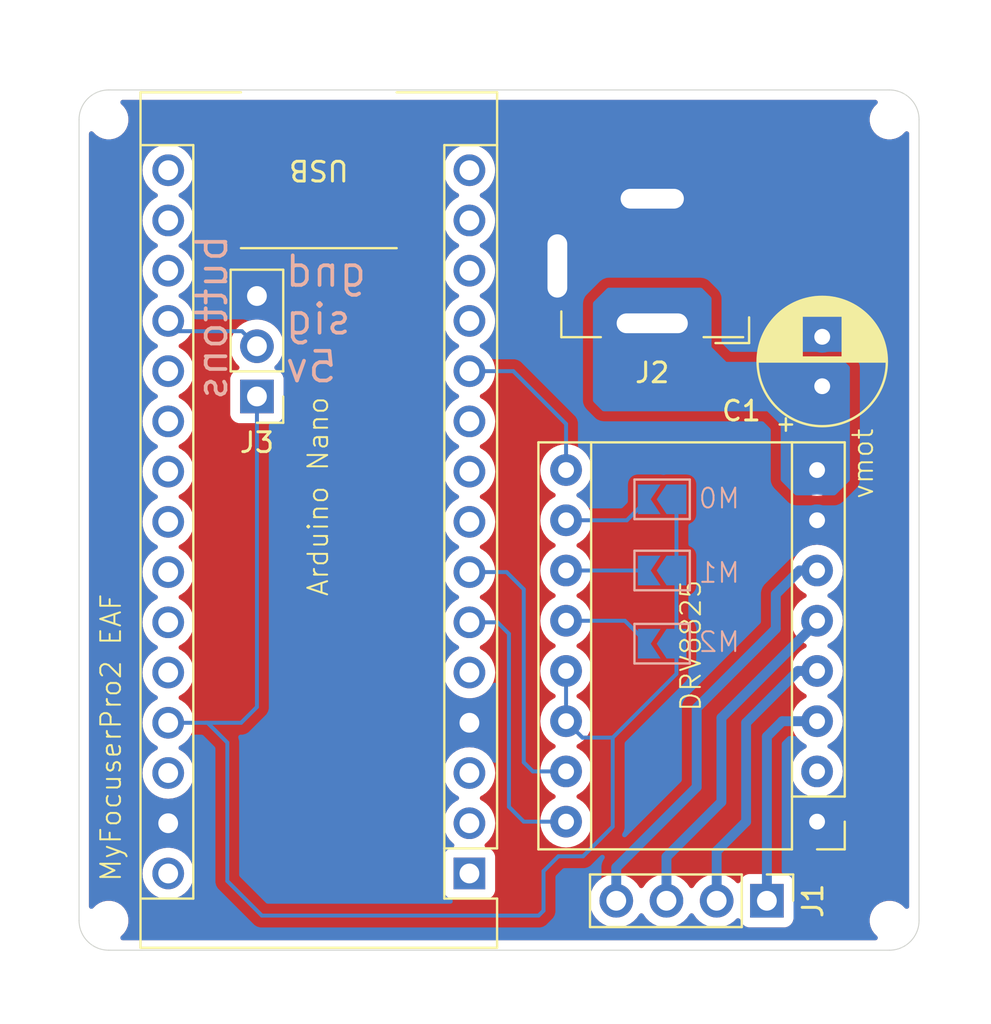
<source format=kicad_pcb>
(kicad_pcb (version 20241229) (generator "pcbnew") (generator_version "9.0")
  (layers (0 "F.Cu" signal) (2 "B.Cu" signal) (13 "F.Paste" user) (15 "B.Paste" user) (5 "F.SilkS" user "F.Silkscreen") (7 "B.SilkS" user "B.Silkscreen") (1 "F.Mask" user) (3 "B.Mask" user) (25 "Edge.Cuts" user))
  (net 0 "")
  (net 6 "Net-(A1-D4)")
  (net 9 "+5V")
  (net 12 "GND")
  (net 13 "Net-(A1-D8)")
  (net 14 "Net-(A1-D3)")
  (net 29 "Net-(A2-A2)")
  (net 30 "Net-(A2-A1)")
  (net 31 "Net-(A2-M2)")
  (net 32 "Net-(A2-B1)")
  (net 33 "Net-(A2-M1)")
  (net 34 "Net-(A2-M0)")
  (net 35 "Net-(A2-B2)")
  (net 36 "Net-(A2-VMOT)")
  (net 38 "/BUTTON")
  (footprint "Module:Pololu_Breakout-16_15.2x20.3mm" (layer "F.Cu") (at 127.34 117 180)
    (property "Reference" "A2" (hide yes))
    (property "Value" "DRV8825")
    (fp_line (start 14.100001 19.18) (end 14.1 -1.4) (stroke (width 0.12)) (layer "F.SilkS"))
    (fp_line (start 14.1 -1.4) (end 1.27 -1.4) (stroke (width 0.12)) (layer "F.SilkS"))
    (fp_line (start 11.43 -1.4) (end 11.43 19.180001) (stroke (width 0.12)) (layer "F.SilkS"))
    (fp_line (start 1.27 1.27) (end 1.270001 19.18) (stroke (width 0.12)) (layer "F.SilkS"))
    (fp_line (start 1.27 1.27) (end -1.4 1.27) (stroke (width 0.12)) (layer "F.SilkS"))
    (fp_line (start 1.27 -1.4) (end 1.27 1.27) (stroke (width 0.12)) (layer "F.SilkS"))
    (fp_line (start 0 -1.399999) (end -1.4 -1.4) (stroke (width 0.12)) (layer "F.SilkS"))
    (fp_line (start -1.4 19.180001) (end 14.100001 19.18) (stroke (width 0.12)) (layer "F.SilkS"))
    (fp_line (start -1.4 1.27) (end -1.4 19.180001) (stroke (width 0.12)) (layer "F.SilkS"))
    (fp_line (start -1.4 -1.4) (end -1.399999 0) (stroke (width 0.12)) (layer "F.SilkS"))
    (pad "1" thru_hole rect (at 0 0 180) (size 1.6 1.6) (drill 0.8) (layers "*.Cu" "*.Mask") (net 12 "GND"))
    (pad "2" thru_hole oval (at 0 2.54 180) (size 1.6 1.6) (drill 0.8) (layers "*.Cu" "*.Mask"))
    (pad "3" thru_hole oval (at 0 5.079999 180) (size 1.6 1.6) (drill 0.8) (layers "*.Cu" "*.Mask") (net 29 "Net-(A2-A2)"))
    (pad "4" thru_hole oval (at 0 7.62 180) (size 1.6 1.6) (drill 0.8) (layers "*.Cu" "*.Mask") (net 30 "Net-(A2-A1)"))
    (pad "5" thru_hole oval (at 0 10.16 180) (size 1.6 1.6) (drill 0.8) (layers "*.Cu" "*.Mask") (net 32 "Net-(A2-B1)"))
    (pad "6" thru_hole oval (at 0 12.7 180) (size 1.6 1.6) (drill 0.8) (layers "*.Cu" "*.Mask") (net 35 "Net-(A2-B2)"))
    (pad "7" thru_hole oval (at 0 15.24 180) (size 1.6 1.6) (drill 0.8) (layers "*.Cu" "*.Mask") (net 12 "GND"))
    (pad "8" thru_hole oval (at 0 17.780001 180) (size 1.6 1.6) (drill 0.8) (layers "*.Cu" "*.Mask") (net 36 "Net-(A2-VMOT)"))
    (pad "9" thru_hole oval (at 12.700001 17.78 180) (size 1.6 1.6) (drill 0.8) (layers "*.Cu" "*.Mask") (net 13 "Net-(A1-D8)"))
    (pad "10" thru_hole oval (at 12.7 15.24 180) (size 1.6 1.6) (drill 0.8) (layers "*.Cu" "*.Mask") (net 34 "Net-(A2-M0)"))
    (pad "11" thru_hole oval (at 12.7 12.7 180) (size 1.6 1.6) (drill 0.8) (layers "*.Cu" "*.Mask") (net 33 "Net-(A2-M1)"))
    (pad "12" thru_hole oval (at 12.7 10.16 180) (size 1.6 1.6) (drill 0.8) (layers "*.Cu" "*.Mask") (net 31 "Net-(A2-M2)"))
    (pad "13" thru_hole oval (at 12.7 7.62 180) (size 1.6 1.6) (drill 0.8) (layers "*.Cu" "*.Mask") (net 9 "+5V"))
    (pad "14" thru_hole oval (at 12.700001 5.08 180) (size 1.6 1.6) (drill 0.8) (layers "*.Cu" "*.Mask") (net 9 "+5V"))
    (pad "15" thru_hole oval (at 12.7 2.54 180) (size 1.6 1.6) (drill 0.8) (layers "*.Cu" "*.Mask") (net 6 "Net-(A1-D4)"))
    (pad "16" thru_hole oval (at 12.7 0 180) (size 1.6 1.6) (drill 0.8) (layers "*.Cu" "*.Mask") (net 14 "Net-(A1-D3)"))
  )
  (footprint "Connector_PinHeader_2.54mm:PinHeader_1x03_P2.54mm_Vertical" (layer "F.Cu") (at 99 95.5 180)
    (property "Reference" "J3" (at 0 -2.33 0) (layer "F.SilkS"))
    (property "Value" "buttons")
    (fp_line (start 1.33 1.270001) (end 1.33 6.409999) (stroke (width 0.12)) (layer "F.SilkS"))
    (fp_line (start -1.33 6.409999) (end 1.33 6.409999) (stroke (width 0.12)) (layer "F.SilkS"))
    (fp_line (start -1.33 1.270001) (end 1.33 1.270001) (stroke (width 0.12)) (layer "F.SilkS"))
    (fp_line (start -1.33 1.270001) (end -1.33 6.409999) (stroke (width 0.12)) (layer "F.SilkS"))
    (fp_line (start -1.33 0) (end -1.33 -1.33) (stroke (width 0.12)) (layer "F.SilkS"))
    (fp_line (start -1.33 -1.33) (end 0 -1.33) (stroke (width 0.12)) (layer "F.SilkS"))
    (pad "1" thru_hole rect (at 0 0 180) (size 1.7 1.7) (drill 1) (layers "*.Cu" "*.Mask") (net 9 "+5V"))
    (pad "2" thru_hole oval (at 0 2.54 180) (size 1.7 1.7) (drill 1) (layers "*.Cu" "*.Mask") (net 38 "/BUTTON"))
    (pad "3" thru_hole oval (at 0 5.079999 180) (size 1.7 1.7) (drill 1) (layers "*.Cu" "*.Mask") (net 12 "GND"))
  )
  (footprint "Connector_BarrelJack:BarrelJack_GCT_DCJ200-10-A_Horizontal" (layer "F.Cu") (at 119 91.8 180)
    (property "Reference" "J2" (at 0 -2.5 0) (layer "F.SilkS"))
    (property "Value" "12V")
    (fp_line (start 4.6 -0.7) (end 4.6 0.6) (stroke (width 0.12)) (layer "F.SilkS"))
    (fp_line (start 2.6 -0.7) (end 4.6 -0.7) (stroke (width 0.12)) (layer "F.SilkS"))
    (fp_line (start -3.2 -1) (end -4.9 -1) (stroke (width 0.12)) (layer "F.SilkS"))
    (fp_line (start -4.6 -0.7) (end -2.6 -0.7) (stroke (width 0.12)) (layer "F.SilkS"))
    (fp_line (start -4.9 -1) (end -4.9 0.3) (stroke (width 0.12)) (layer "F.SilkS"))
    (pad "1" thru_hole rect (at 0 0 180) (size 4.6 2) (drill oval 3.6 1) (layers "*.Cu" "*.Mask") (net 36 "Net-(A2-VMOT)"))
    (pad "2" thru_hole oval (at 0 6.3 180) (size 4.2 2) (drill oval 3.2 1) (layers "*.Cu" "*.Mask") (net 12 "GND"))
    (pad "3" thru_hole oval (at 4.8 2.9 180) (size 2 4.2) (drill oval 1 3.2) (layers "*.Cu" "*.Mask") (net 12 "GND"))
  )
  (footprint "Module:Arduino_Nano" (layer "F.Cu") (at 109.75 119.62 180)
    (property "Reference" "A1" (hide yes))
    (property "Value" "Arduino_Nano")
    (fp_line (start 16.64 39.5) (end 16.64 -3.76) (stroke (width 0.12)) (layer "F.SilkS"))
    (fp_line (start 16.64 39.5) (end 11.56 39.499999) (stroke (width 0.12)) (layer "F.SilkS"))
    (fp_line (start 16.64 -3.76) (end -1.4 -3.76) (stroke (width 0.12)) (layer "F.SilkS"))
    (fp_line (start 13.97 36.83) (end 16.64 36.83) (stroke (width 0.12)) (layer "F.SilkS"))
    (fp_line (start 13.97 -1.27) (end 16.64 -1.27) (stroke (width 0.12)) (layer "F.SilkS"))
    (fp_line (start 13.97 -1.27) (end 13.97 36.83) (stroke (width 0.12)) (layer "F.SilkS"))
    (fp_line (start 3.68 31.619999) (end 11.56 31.62) (stroke (width 0.12)) (layer "F.SilkS"))
    (fp_line (start 1.27 36.83) (end -1.4 36.83) (stroke (width 0.12)) (layer "F.SilkS"))
    (fp_line (start 1.27 1.27) (end 1.27 36.83) (stroke (width 0.12)) (layer "F.SilkS"))
    (fp_line (start 1.27 1.27) (end 1.27 -1.27) (stroke (width 0.12)) (layer "F.SilkS"))
    (fp_line (start 1.27 1.27) (end -1.4 1.27) (stroke (width 0.12)) (layer "F.SilkS"))
    (fp_line (start 1.27 -1.27) (end -1.4 -1.27) (stroke (width 0.12)) (layer "F.SilkS"))
    (fp_line (start -1.4 39.499999) (end 3.68 39.5) (stroke (width 0.12)) (layer "F.SilkS"))
    (fp_line (start -1.4 1.27) (end -1.4 39.499999) (stroke (width 0.12)) (layer "F.SilkS"))
    (fp_line (start -1.4 -3.76) (end -1.4 -1.27) (stroke (width 0.12)) (layer "F.SilkS"))
    (fp_text user "USB" (at 7.62 35.56 180) (layer "F.SilkS"))
    (pad "1" thru_hole rect (at 0 0 180) (size 1.6 1.6) (drill 1) (layers "*.Cu" "*.Mask"))
    (pad "2" thru_hole oval (at 0 2.54 180) (size 1.6 1.6) (drill 1) (layers "*.Cu" "*.Mask"))
    (pad "3" thru_hole oval (at 0 5.079999 180) (size 1.6 1.6) (drill 1) (layers "*.Cu" "*.Mask"))
    (pad "4" thru_hole oval (at 0 7.62 180) (size 1.6 1.6) (drill 1) (layers "*.Cu" "*.Mask") (net 12 "GND"))
    (pad "5" thru_hole oval (at 0 10.16 180) (size 1.6 1.6) (drill 1) (layers "*.Cu" "*.Mask"))
    (pad "6" thru_hole oval (at 0 12.7 180) (size 1.6 1.6) (drill 1) (layers "*.Cu" "*.Mask") (net 14 "Net-(A1-D3)"))
    (pad "7" thru_hole oval (at 0 15.24 180) (size 1.6 1.6) (drill 1) (layers "*.Cu" "*.Mask") (net 6 "Net-(A1-D4)"))
    (pad "8" thru_hole oval (at 0 17.780001 180) (size 1.6 1.6) (drill 1) (layers "*.Cu" "*.Mask"))
    (pad "9" thru_hole oval (at 0 20.32 180) (size 1.6 1.6) (drill 1) (layers "*.Cu" "*.Mask"))
    (pad "10" thru_hole oval (at 0 22.86 180) (size 1.6 1.6) (drill 1) (layers "*.Cu" "*.Mask"))
    (pad "11" thru_hole oval (at 0 25.4 180) (size 1.6 1.6) (drill 1) (layers "*.Cu" "*.Mask") (net 13 "Net-(A1-D8)"))
    (pad "12" thru_hole oval (at 0 27.939999 180) (size 1.6 1.6) (drill 1) (layers "*.Cu" "*.Mask"))
    (pad "13" thru_hole oval (at 0 30.48 180) (size 1.6 1.6) (drill 1) (layers "*.Cu" "*.Mask"))
    (pad "14" thru_hole oval (at 0 33.02 180) (size 1.6 1.6) (drill 1) (layers "*.Cu" "*.Mask"))
    (pad "15" thru_hole oval (at 0 35.56 180) (size 1.6 1.6) (drill 1) (layers "*.Cu" "*.Mask"))
    (pad "16" thru_hole oval (at 15.24 35.56 180) (size 1.6 1.6) (drill 1) (layers "*.Cu" "*.Mask"))
    (pad "17" thru_hole oval (at 15.24 33.02 180) (size 1.6 1.6) (drill 1) (layers "*.Cu" "*.Mask"))
    (pad "18" thru_hole oval (at 15.24 30.48 180) (size 1.6 1.6) (drill 1) (layers "*.Cu" "*.Mask"))
    (pad "19" thru_hole oval (at 15.24 27.94 180) (size 1.6 1.6) (drill 1) (layers "*.Cu" "*.Mask") (net 38 "/BUTTON"))
    (pad "20" thru_hole oval (at 15.24 25.4 180) (size 1.6 1.6) (drill 1) (layers "*.Cu" "*.Mask"))
    (pad "21" thru_hole oval (at 15.24 22.86 180) (size 1.6 1.6) (drill 1) (layers "*.Cu" "*.Mask"))
    (pad "22" thru_hole oval (at 15.24 20.32 180) (size 1.6 1.6) (drill 1) (layers "*.Cu" "*.Mask"))
    (pad "23" thru_hole oval (at 15.24 17.78 180) (size 1.6 1.6) (drill 1) (layers "*.Cu" "*.Mask"))
    (pad "24" thru_hole oval (at 15.24 15.24 180) (size 1.6 1.6) (drill 1) (layers "*.Cu" "*.Mask"))
    (pad "25" thru_hole oval (at 15.24 12.7 180) (size 1.6 1.6) (drill 1) (layers "*.Cu" "*.Mask"))
    (pad "26" thru_hole oval (at 15.24 10.16 180) (size 1.6 1.6) (drill 1) (layers "*.Cu" "*.Mask"))
    (pad "27" thru_hole oval (at 15.24 7.62 180) (size 1.6 1.6) (drill 1) (layers "*.Cu" "*.Mask") (net 9 "+5V"))
    (pad "28" thru_hole oval (at 15.24 5.08 180) (size 1.6 1.6) (drill 1) (layers "*.Cu" "*.Mask"))
    (pad "29" thru_hole oval (at 15.24 2.54 180) (size 1.6 1.6) (drill 1) (layers "*.Cu" "*.Mask") (net 12 "GND"))
    (pad "30" thru_hole oval (at 15.24 0 180) (size 1.6 1.6) (drill 1) (layers "*.Cu" "*.Mask"))
  )
  (footprint "JLCPCB:MountingHole_1.5mm" (layer "F.Cu") (at 131 122)
    (property "Reference" "H4" (hide yes))
    (property "Value" "MountingHole")
    (pad "" np_thru_hole circle (at 0 0) (size 1.5 1.5) (drill 1.5) (layers "*.Cu" "*.Mask"))
  )
  (footprint "JLCPCB:MountingHole_1.5mm" (layer "F.Cu") (at 91.5 122)
    (property "Reference" "H3" (hide yes))
    (property "Value" "MountingHole")
    (pad "" np_thru_hole circle (at 0 0) (size 1.5 1.5) (drill 1.5) (layers "*.Cu" "*.Mask"))
  )
  (footprint "Capacitor_THT:CP_Radial_D6.3mm_P2.50mm" (layer "F.Cu") (at 127.6 94.98238 90)
    (property "Reference" "C1" (at -1.25 -4.09 180) (layer "F.SilkS"))
    (property "Value" "100uF")
    (fp_line (start 1.33 -3.23) (end 1.33 3.23) (stroke (width 0.12)) (layer "F.SilkS"))
    (fp_line (start 1.29 -3.23) (end 1.29 3.23) (stroke (width 0.12)) (layer "F.SilkS"))
    (fp_line (start 1.25 -3.229999) (end 1.25 3.229999) (stroke (width 0.12)) (layer "F.SilkS"))
    (fp_line (start 1.37 -3.228) (end 1.37 3.228) (stroke (width 0.12)) (layer "F.SilkS"))
    (fp_line (start 1.41 -3.227) (end 1.41 3.227) (stroke (width 0.12)) (layer "F.SilkS"))
    (fp_line (start 1.45 -3.224) (end 1.45 3.224) (stroke (width 0.12)) (layer "F.SilkS"))
    (fp_line (start 1.49 -3.222) (end 1.49 -1.04) (stroke (width 0.12)) (layer "F.SilkS"))
    (fp_line (start 1.53 -3.218) (end 1.529999 -1.04) (stroke (width 0.12)) (layer "F.SilkS"))
    (fp_line (start 1.57 -3.215) (end 1.57 -1.04) (stroke (width 0.12)) (layer "F.SilkS"))
    (fp_line (start 1.61 -3.211) (end 1.61 -1.04) (stroke (width 0.12)) (layer "F.SilkS"))
    (fp_line (start 1.65 -3.206) (end 1.65 -1.04) (stroke (width 0.12)) (layer "F.SilkS"))
    (fp_line (start 1.69 -3.201) (end 1.69 -1.040001) (stroke (width 0.12)) (layer "F.SilkS"))
    (fp_line (start 1.73 -3.195) (end 1.73 -1.04) (stroke (width 0.12)) (layer "F.SilkS"))
    (fp_line (start 1.77 -3.189001) (end 1.77 -1.04) (stroke (width 0.12)) (layer "F.SilkS"))
    (fp_line (start 1.81 -3.182) (end 1.81 -1.04) (stroke (width 0.12)) (layer "F.SilkS"))
    (fp_line (start 1.850001 -3.175) (end 1.85 -1.040001) (stroke (width 0.12)) (layer "F.SilkS"))
    (fp_line (start 1.89 -3.167) (end 1.89 -1.04) (stroke (width 0.12)) (layer "F.SilkS"))
    (fp_line (start 1.93 -3.159) (end 1.93 -1.04) (stroke (width 0.12)) (layer "F.SilkS"))
    (fp_line (start 1.971 -3.15) (end 1.971 -1.040001) (stroke (width 0.12)) (layer "F.SilkS"))
    (fp_line (start 2.011 -3.141) (end 2.011 -1.04) (stroke (width 0.12)) (layer "F.SilkS"))
    (fp_line (start 2.051 -3.131) (end 2.051 -1.04) (stroke (width 0.12)) (layer "F.SilkS"))
    (fp_line (start 2.091 -3.121) (end 2.091 -1.04) (stroke (width 0.12)) (layer "F.SilkS"))
    (fp_line (start 2.131 -3.110001) (end 2.131 -1.040001) (stroke (width 0.12)) (layer "F.SilkS"))
    (fp_line (start 2.171 -3.098) (end 2.171 -1.04) (stroke (width 0.12)) (layer "F.SilkS"))
    (fp_line (start 2.211001 -3.086) (end 2.211 -1.04) (stroke (width 0.12)) (layer "F.SilkS"))
    (fp_line (start 2.251 -3.074) (end 2.250999 -1.04) (stroke (width 0.12)) (layer "F.SilkS"))
    (fp_line (start 2.291 -3.060999) (end 2.291001 -1.04) (stroke (width 0.12)) (layer "F.SilkS"))
    (fp_line (start 2.331 -3.046999) (end 2.331 -1.04) (stroke (width 0.12)) (layer "F.SilkS"))
    (fp_line (start 2.371 -3.033) (end 2.371 -1.04) (stroke (width 0.12)) (layer "F.SilkS"))
    (fp_line (start 2.411 -3.018) (end 2.411 -1.040001) (stroke (width 0.12)) (layer "F.SilkS"))
    (fp_line (start 2.451 -3.002) (end 2.451 -1.04) (stroke (width 0.12)) (layer "F.SilkS"))
    (fp_line (start 2.491 -2.986) (end 2.491 -1.04) (stroke (width 0.12)) (layer "F.SilkS"))
    (fp_line (start 2.531 -2.97) (end 2.531 -1.04) (stroke (width 0.12)) (layer "F.SilkS"))
    (fp_line (start 2.571 -2.952) (end 2.571 -1.040001) (stroke (width 0.12)) (layer "F.SilkS"))
    (fp_line (start 2.611 -2.934) (end 2.611 -1.04) (stroke (width 0.12)) (layer "F.SilkS"))
    (fp_line (start 2.651 -2.915999) (end 2.651 -1.04) (stroke (width 0.12)) (layer "F.SilkS"))
    (fp_line (start 2.691 -2.896) (end 2.691 -1.04) (stroke (width 0.12)) (layer "F.SilkS"))
    (fp_line (start 2.731001 -2.876) (end 2.731001 -1.04) (stroke (width 0.12)) (layer "F.SilkS"))
    (fp_line (start 2.771 -2.856) (end 2.771 -1.04) (stroke (width 0.12)) (layer "F.SilkS"))
    (fp_line (start 2.811 -2.834) (end 2.811 -1.04) (stroke (width 0.12)) (layer "F.SilkS"))
    (fp_line (start 2.851 -2.812) (end 2.850999 -1.04) (stroke (width 0.12)) (layer "F.SilkS"))
    (fp_line (start 2.891 -2.79) (end 2.891 -1.04) (stroke (width 0.12)) (layer "F.SilkS"))
    (fp_line (start 2.931 -2.765999) (end 2.931 -1.04) (stroke (width 0.12)) (layer "F.SilkS"))
    (fp_line (start 2.971 -2.742) (end 2.971 -1.04) (stroke (width 0.12)) (layer "F.SilkS"))
    (fp_line (start 3.011001 -2.716) (end 3.011 -1.040001) (stroke (width 0.12)) (layer "F.SilkS"))
    (fp_line (start 3.051 -2.69) (end 3.051 -1.04) (stroke (width 0.12)) (layer "F.SilkS"))
    (fp_line (start 3.091001 -2.664) (end 3.091 -1.04) (stroke (width 0.12)) (layer "F.SilkS"))
    (fp_line (start 3.131 -2.636) (end 3.131 -1.04) (stroke (width 0.12)) (layer "F.SilkS"))
    (fp_line (start 3.171 -2.607) (end 3.171001 -1.04) (stroke (width 0.12)) (layer "F.SilkS"))
    (fp_line (start 3.211 -2.578) (end 3.211 -1.04) (stroke (width 0.12)) (layer "F.SilkS"))
    (fp_line (start 3.251 -2.548) (end 3.251 -1.04) (stroke (width 0.12)) (layer "F.SilkS"))
    (fp_line (start 3.291 -2.516) (end 3.290999 -1.04) (stroke (width 0.12)) (layer "F.SilkS"))
    (fp_line (start 3.331 -2.484) (end 3.331 -1.04) (stroke (width 0.12)) (layer "F.SilkS"))
    (fp_line (start 3.371 -2.450001) (end 3.371 -1.04) (stroke (width 0.12)) (layer "F.SilkS"))
    (fp_line (start 3.411 -2.416) (end 3.411 -1.04) (stroke (width 0.12)) (layer "F.SilkS"))
    (fp_line (start 3.451 -2.380001) (end 3.451 -1.040001) (stroke (width 0.12)) (layer "F.SilkS"))
    (fp_line (start 3.491 -2.343) (end 3.491 -1.04) (stroke (width 0.12)) (layer "F.SilkS"))
    (fp_line (start 3.531 -2.305) (end 3.531 -1.04) (stroke (width 0.12)) (layer "F.SilkS"))
    (fp_line (start 3.571 -2.265) (end 3.571 2.265) (stroke (width 0.12)) (layer "F.SilkS"))
    (fp_line (start 3.611 -2.224) (end 3.611 2.224) (stroke (width 0.12)) (layer "F.SilkS"))
    (fp_line (start 3.651 -2.182) (end 3.651 2.182) (stroke (width 0.12)) (layer "F.SilkS"))
    (fp_line (start -1.935241 -2.154) (end -1.935241 -1.524) (stroke (width 0.12)) (layer "F.SilkS"))
    (fp_line (start 3.691 -2.137) (end 3.691 2.137) (stroke (width 0.12)) (layer "F.SilkS"))
    (fp_line (start 3.731 -2.092) (end 3.731 2.092) (stroke (width 0.12)) (layer "F.SilkS"))
    (fp_line (start 3.771 -2.044) (end 3.771 2.044) (stroke (width 0.12)) (layer "F.SilkS"))
    (fp_line (start 3.811 -1.995) (end 3.811 1.995) (stroke (width 0.12)) (layer "F.SilkS"))
    (fp_line (start 3.851 -1.944) (end 3.851 1.944) (stroke (width 0.12)) (layer "F.SilkS"))
    (fp_line (start 3.891 -1.89) (end 3.891 1.89) (stroke (width 0.12)) (layer "F.SilkS"))
    (fp_line (start -2.250241 -1.839) (end -1.620241 -1.839) (stroke (width 0.12)) (layer "F.SilkS"))
    (fp_line (start 3.931 -1.834) (end 3.931 1.834) (stroke (width 0.12)) (layer "F.SilkS"))
    (fp_line (start 3.971 -1.776001) (end 3.971 1.776001) (stroke (width 0.12)) (layer "F.SilkS"))
    (fp_line (start 4.011 -1.714) (end 4.011 1.714) (stroke (width 0.12)) (layer "F.SilkS"))
    (fp_line (start 4.051 -1.65) (end 4.051 1.65) (stroke (width 0.12)) (layer "F.SilkS"))
    (fp_line (start 4.091 -1.581) (end 4.091 1.581) (stroke (width 0.12)) (layer "F.SilkS"))
    (fp_line (start 4.131 -1.509) (end 4.131 1.509) (stroke (width 0.12)) (layer "F.SilkS"))
    (fp_line (start 4.170999 -1.432) (end 4.170999 1.432) (stroke (width 0.12)) (layer "F.SilkS"))
    (fp_line (start 4.211 -1.35) (end 4.211 1.35) (stroke (width 0.12)) (layer "F.SilkS"))
    (fp_line (start 4.251 -1.262) (end 4.251 1.262) (stroke (width 0.12)) (layer "F.SilkS"))
    (fp_line (start 4.291 -1.165) (end 4.291 1.165) (stroke (width 0.12)) (layer "F.SilkS"))
    (fp_line (start 4.331 -1.059001) (end 4.331 1.059001) (stroke (width 0.12)) (layer "F.SilkS"))
    (fp_line (start 4.371 -0.94) (end 4.371 0.94) (stroke (width 0.12)) (layer "F.SilkS"))
    (fp_line (start 4.411 -0.802001) (end 4.411 0.802001) (stroke (width 0.12)) (layer "F.SilkS"))
    (fp_line (start 4.451 -0.633) (end 4.451 0.633) (stroke (width 0.12)) (layer "F.SilkS"))
    (fp_line (start 4.491 -0.401999) (end 4.491 0.401999) (stroke (width 0.12)) (layer "F.SilkS"))
    (fp_line (start 3.531 1.04) (end 3.531 2.305) (stroke (width 0.12)) (layer "F.SilkS"))
    (fp_line (start 3.491 1.04) (end 3.491 2.343) (stroke (width 0.12)) (layer "F.SilkS"))
    (fp_line (start 3.411 1.04) (end 3.411 2.416) (stroke (width 0.12)) (layer "F.SilkS"))
    (fp_line (start 3.371 1.04) (end 3.371 2.450001) (stroke (width 0.12)) (layer "F.SilkS"))
    (fp_line (start 3.331 1.04) (end 3.331 2.484) (stroke (width 0.12)) (layer "F.SilkS"))
    (fp_line (start 3.290999 1.04) (end 3.291 2.516) (stroke (width 0.12)) (layer "F.SilkS"))
    (fp_line (start 3.251 1.04) (end 3.251 2.548) (stroke (width 0.12)) (layer "F.SilkS"))
    (fp_line (start 3.211 1.04) (end 3.211 2.578) (stroke (width 0.12)) (layer "F.SilkS"))
    (fp_line (start 3.171001 1.04) (end 3.171 2.607) (stroke (width 0.12)) (layer "F.SilkS"))
    (fp_line (start 3.131 1.04) (end 3.131 2.636) (stroke (width 0.12)) (layer "F.SilkS"))
    (fp_line (start 3.091 1.04) (end 3.091001 2.664) (stroke (width 0.12)) (layer "F.SilkS"))
    (fp_line (start 3.051 1.04) (end 3.051 2.69) (stroke (width 0.12)) (layer "F.SilkS"))
    (fp_line (start 2.971 1.04) (end 2.971 2.742) (stroke (width 0.12)) (layer "F.SilkS"))
    (fp_line (start 2.931 1.04) (end 2.931 2.765999) (stroke (width 0.12)) (layer "F.SilkS"))
    (fp_line (start 2.891 1.04) (end 2.891 2.79) (stroke (width 0.12)) (layer "F.SilkS"))
    (fp_line (start 2.850999 1.04) (end 2.851 2.812) (stroke (width 0.12)) (layer "F.SilkS"))
    (fp_line (start 2.811 1.04) (end 2.811 2.834) (stroke (width 0.12)) (layer "F.SilkS"))
    (fp_line (start 2.771 1.04) (end 2.771 2.856) (stroke (width 0.12)) (layer "F.SilkS"))
    (fp_line (start 2.731001 1.04) (end 2.731001 2.876) (stroke (width 0.12)) (layer "F.SilkS"))
    (fp_line (start 2.691 1.04) (end 2.691 2.896) (stroke (width 0.12)) (layer "F.SilkS"))
    (fp_line (start 2.651 1.04) (end 2.651 2.915999) (stroke (width 0.12)) (layer "F.SilkS"))
    (fp_line (start 2.611 1.04) (end 2.611 2.934) (stroke (width 0.12)) (layer "F.SilkS"))
    (fp_line (start 2.531 1.04) (end 2.531 2.97) (stroke (width 0.12)) (layer "F.SilkS"))
    (fp_line (start 2.491 1.04) (end 2.491 2.986) (stroke (width 0.12)) (layer "F.SilkS"))
    (fp_line (start 2.451 1.04) (end 2.451 3.002) (stroke (width 0.12)) (layer "F.SilkS"))
    (fp_line (start 2.371 1.04) (end 2.371 3.033) (stroke (width 0.12)) (layer "F.SilkS"))
    (fp_line (start 2.331 1.04) (end 2.331 3.046999) (stroke (width 0.12)) (layer "F.SilkS"))
    (fp_line (start 2.291001 1.04) (end 2.291 3.060999) (stroke (width 0.12)) (layer "F.SilkS"))
    (fp_line (start 2.250999 1.04) (end 2.251 3.074) (stroke (width 0.12)) (layer "F.SilkS"))
    (fp_line (start 2.211 1.04) (end 2.211001 3.086) (stroke (width 0.12)) (layer "F.SilkS"))
    (fp_line (start 2.171 1.04) (end 2.171 3.098) (stroke (width 0.12)) (layer "F.SilkS"))
    (fp_line (start 2.091 1.04) (end 2.091 3.121) (stroke (width 0.12)) (layer "F.SilkS"))
    (fp_line (start 2.051 1.04) (end 2.051 3.131) (stroke (width 0.12)) (layer "F.SilkS"))
    (fp_line (start 2.011 1.04) (end 2.011 3.141) (stroke (width 0.12)) (layer "F.SilkS"))
    (fp_line (start 1.93 1.04) (end 1.93 3.159) (stroke (width 0.12)) (layer "F.SilkS"))
    (fp_line (start 1.89 1.04) (end 1.89 3.167) (stroke (width 0.12)) (layer "F.SilkS"))
    (fp_line (start 1.81 1.04) (end 1.81 3.182) (stroke (width 0.12)) (layer "F.SilkS"))
    (fp_line (start 1.77 1.04) (end 1.77 3.189001) (stroke (width 0.12)) (layer "F.SilkS"))
    (fp_line (start 1.73 1.04) (end 1.73 3.195) (stroke (width 0.12)) (layer "F.SilkS"))
    (fp_line (start 1.65 1.04) (end 1.65 3.206) (stroke (width 0.12)) (layer "F.SilkS"))
    (fp_line (start 1.61 1.04) (end 1.61 3.211) (stroke (width 0.12)) (layer "F.SilkS"))
    (fp_line (start 1.57 1.04) (end 1.57 3.215) (stroke (width 0.12)) (layer "F.SilkS"))
    (fp_line (start 1.529999 1.04) (end 1.53 3.218) (stroke (width 0.12)) (layer "F.SilkS"))
    (fp_line (start 1.49 1.04) (end 1.49 3.222) (stroke (width 0.12)) (layer "F.SilkS"))
    (fp_line (start 3.451 1.040001) (end 3.451 2.380001) (stroke (width 0.12)) (layer "F.SilkS"))
    (fp_line (start 3.011 1.040001) (end 3.011001 2.716) (stroke (width 0.12)) (layer "F.SilkS"))
    (fp_line (start 2.571 1.040001) (end 2.571 2.952) (stroke (width 0.12)) (layer "F.SilkS"))
    (fp_line (start 2.411 1.040001) (end 2.411 3.018) (stroke (width 0.12)) (layer "F.SilkS"))
    (fp_line (start 2.131 1.040001) (end 2.131 3.110001) (stroke (width 0.12)) (layer "F.SilkS"))
    (fp_line (start 1.971 1.040001) (end 1.971 3.15) (stroke (width 0.12)) (layer "F.SilkS"))
    (fp_line (start 1.85 1.040001) (end 1.850001 3.175) (stroke (width 0.12)) (layer "F.SilkS"))
    (fp_line (start 1.69 1.040001) (end 1.69 3.201) (stroke (width 0.12)) (layer "F.SilkS"))
    (fp_circle (center 1.249999 0) (end 4.52 0) (stroke (width 0.12)) (fill no) (layer "F.SilkS"))
    (pad "1" thru_hole rect (at 0 0 90) (size 1.6 1.6) (drill 0.8) (layers "*.Cu" "*.Mask") (net 36 "Net-(A2-VMOT)"))
    (pad "2" thru_hole circle (at 2.5 0 90) (size 1.6 1.6) (drill 0.8) (layers "*.Cu" "*.Mask") (net 12 "GND"))
  )
  (footprint "Connector_PinHeader_2.54mm:PinHeader_1x04_P2.54mm_Vertical" (layer "F.Cu") (at 124.8 121 -90)
    (property "Reference" "J1" (at 0 -2.33 90) (layer "F.SilkS"))
    (property "Value" "Conn_01x04")
    (fp_line (start -1.33 8.95) (end 1.33 8.95) (stroke (width 0.12)) (layer "F.SilkS"))
    (fp_line (start -1.33 1.270001) (end -1.33 8.95) (stroke (width 0.12)) (layer "F.SilkS"))
    (fp_line (start -1.33 1.270001) (end 1.33 1.270001) (stroke (width 0.12)) (layer "F.SilkS"))
    (fp_line (start 1.33 1.270001) (end 1.33 8.95) (stroke (width 0.12)) (layer "F.SilkS"))
    (fp_line (start -1.33 0) (end -1.33 -1.33) (stroke (width 0.12)) (layer "F.SilkS"))
    (fp_line (start -1.33 -1.33) (end 0 -1.33) (stroke (width 0.12)) (layer "F.SilkS"))
    (pad "1" thru_hole rect (at 0 0 270) (size 1.7 1.7) (drill 1) (layers "*.Cu" "*.Mask") (net 29 "Net-(A2-A2)"))
    (pad "2" thru_hole oval (at 0 2.54 270) (size 1.7 1.7) (drill 1) (layers "*.Cu" "*.Mask") (net 30 "Net-(A2-A1)"))
    (pad "3" thru_hole oval (at 0 5.079999 270) (size 1.7 1.7) (drill 1) (layers "*.Cu" "*.Mask") (net 32 "Net-(A2-B1)"))
    (pad "4" thru_hole oval (at 0 7.62 270) (size 1.7 1.7) (drill 1) (layers "*.Cu" "*.Mask") (net 35 "Net-(A2-B2)"))
  )
  (footprint "JLCPCB:MountingHole_1.5mm" (layer "F.Cu") (at 91.5 81.5)
    (property "Reference" "H1" (hide yes))
    (property "Value" "MountingHole")
    (pad "" np_thru_hole circle (at 0 0) (size 1.5 1.5) (drill 1.5) (layers "*.Cu" "*.Mask"))
  )
  (footprint "JLCPCB:MountingHole_1.5mm" (layer "F.Cu") (at 131 81.5)
    (property "Reference" "H2" (hide yes))
    (property "Value" "MountingHole")
    (pad "" np_thru_hole circle (at 0 0) (size 1.5 1.5) (drill 1.5) (layers "*.Cu" "*.Mask"))
  )
  (footprint "Jumper:SolderJumper-2_P1.3mm_Open_TrianglePad1.0x1.5mm" (layer "B.Cu") (at 119.5 104.3 180)
    (property "Reference" "JP2" (hide yes))
    (property "Value" "SolderJumper_2_Open")
    (fp_line (start 1.4 1) (end -1.4 1) (stroke (width 0.12)) (layer "B.SilkS"))
    (fp_line (start 1.4 -1) (end 1.4 1) (stroke (width 0.12)) (layer "B.SilkS"))
    (fp_line (start -1.4 1) (end -1.4 -1) (stroke (width 0.12)) (layer "B.SilkS"))
    (fp_line (start -1.4 -1) (end 1.4 -1) (stroke (width 0.12)) (layer "B.SilkS"))
    (pad "1" smd custom (at -0.725 0 180) (size 0.3 0.3) (layers "B.Cu" "B.Mask") (net 9 "+5V") (options (clearance outline) (anchor rect)) (primitives (gr_poly (pts (xy 1 0) (xy 0.5 -0.75) (xy -0.5 -0.75) (xy -0.5 0.75) (xy 0.5 0.75)) (width 0) (fill yes))))
    (pad "2" smd custom (at 0.725 0 180) (size 0.3 0.3) (layers "B.Cu" "B.Mask") (net 33 "Net-(A2-M1)") (options (clearance outline) (anchor rect)) (primitives (gr_poly (pts (xy 0.5 -0.75) (xy -0.65 -0.75) (xy -0.15 0) (xy -0.65 0.75) (xy 0.5 0.75)) (width 0) (fill yes))))
  )
  (footprint "Jumper:SolderJumper-2_P1.3mm_Open_TrianglePad1.0x1.5mm" (layer "B.Cu") (at 119.5 108 180)
    (property "Reference" "JP3" (hide yes))
    (property "Value" "SolderJumper_2_Open")
    (fp_line (start 1.4 1) (end -1.4 1) (stroke (width 0.12)) (layer "B.SilkS"))
    (fp_line (start 1.4 -1) (end 1.4 1) (stroke (width 0.12)) (layer "B.SilkS"))
    (fp_line (start -1.4 1) (end -1.4 -1) (stroke (width 0.12)) (layer "B.SilkS"))
    (fp_line (start -1.4 -1) (end 1.4 -1) (stroke (width 0.12)) (layer "B.SilkS"))
    (pad "1" smd custom (at -0.725 0 180) (size 0.3 0.3) (layers "B.Cu" "B.Mask") (net 9 "+5V") (options (clearance outline) (anchor rect)) (primitives (gr_poly (pts (xy 1 0) (xy 0.5 -0.75) (xy -0.5 -0.75) (xy -0.5 0.75) (xy 0.5 0.75)) (width 0) (fill yes))))
    (pad "2" smd custom (at 0.725 0 180) (size 0.3 0.3) (layers "B.Cu" "B.Mask") (net 31 "Net-(A2-M2)") (options (clearance outline) (anchor rect)) (primitives (gr_poly (pts (xy 0.5 -0.75) (xy -0.65 -0.75) (xy -0.15 0) (xy -0.65 0.75) (xy 0.5 0.75)) (width 0) (fill yes))))
  )
  (footprint "Jumper:SolderJumper-2_P1.3mm_Open_TrianglePad1.0x1.5mm" (layer "B.Cu") (at 119.5 100.7 180)
    (property "Reference" "JP1" (hide yes))
    (property "Value" "SolderJumper_2_Open")
    (fp_line (start 1.4 1) (end -1.4 1) (stroke (width 0.12)) (layer "B.SilkS"))
    (fp_line (start 1.4 -1) (end 1.4 1) (stroke (width 0.12)) (layer "B.SilkS"))
    (fp_line (start -1.4 1) (end -1.4 -1) (stroke (width 0.12)) (layer "B.SilkS"))
    (fp_line (start -1.4 -1) (end 1.4 -1) (stroke (width 0.12)) (layer "B.SilkS"))
    (pad "1" smd custom (at -0.725 0 180) (size 0.3 0.3) (layers "B.Cu" "B.Mask") (net 9 "+5V") (options (clearance outline) (anchor rect)) (primitives (gr_poly (pts (xy 1 0) (xy 0.5 -0.75) (xy -0.5 -0.75) (xy -0.5 0.75) (xy 0.5 0.75)) (width 0) (fill yes))))
    (pad "2" smd custom (at 0.725 0 180) (size 0.3 0.3) (layers "B.Cu" "B.Mask") (net 34 "Net-(A2-M0)") (options (clearance outline) (anchor rect)) (primitives (gr_poly (pts (xy 0.5 -0.75) (xy -0.65 -0.75) (xy -0.15 0) (xy -0.65 0.75) (xy 0.5 0.75)) (width 0) (fill yes))))
  )
  (gr_line (start 90 81.5) (end 90 122) (stroke (width 0.05)) (layer "Edge.Cuts"))
  (gr_arc (start 90 81.5) (mid 90.43934 80.43934) (end 91.5 80) (stroke (width 0.05)) (layer "Edge.Cuts"))
  (gr_line (start 131 80) (end 91.5 80) (stroke (width 0.05)) (layer "Edge.Cuts"))
  (gr_arc (start 131 80) (mid 132.06066 80.43934) (end 132.5 81.5) (stroke (width 0.05)) (layer "Edge.Cuts"))
  (gr_arc (start 132.5 122) (mid 132.06066 123.06066) (end 131 123.5) (stroke (width 0.05)) (layer "Edge.Cuts"))
  (gr_line (start 91.5 123.5) (end 131 123.5) (stroke (width 0.05)) (layer "Edge.Cuts"))
  (gr_line (start 132.5 122) (end 132.5 81.5) (stroke (width 0.05)) (layer "Edge.Cuts"))
  (gr_arc (start 91.5 123.5) (mid 90.43934 123.06066) (end 90 122) (stroke (width 0.05)) (layer "Edge.Cuts"))
  (gr_text "DRV8825" (at 121.5395 111.493334 90) (layer "F.SilkS") (effects (font (size 1 1) (thickness 0.1)) (justify left bottom)))
  (gr_text "MyFocuserPro2 EAF" (at 92.2 120.1 90) (layer "F.SilkS") (effects (font (size 1 1) (thickness 0.1)) (justify left bottom)))
  (gr_text "Arduino Nano" (at 102.6795 105.66762 90) (layer "F.SilkS") (effects (font (size 1 1) (thickness 0.1)) (justify left bottom)))
  (gr_text "vmot" (at 130.25 100.75 90) (layer "F.SilkS") (effects (font (size 1 1) (thickness 0.1)) (justify left bottom)))
  (gr_text "M0" (at 123.5 101.2395 0) (layer "B.SilkS") (effects (font (size 1 1) (thickness 0.1)) (justify left bottom mirror)))
  (gr_text "buttons" (at 97.6 87.2 90) (layer "B.SilkS") (effects (font (size 1.5 1.5) (thickness 0.1875)) (justify left bottom mirror)))
  (gr_text "M2" (at 123.5 108.5 0) (layer "B.SilkS") (effects (font (size 1 1) (thickness 0.1)) (justify left bottom mirror)))
  (gr_text "M1" (at 123.5 105 0) (layer "B.SilkS") (effects (font (size 1 1) (thickness 0.1)) (justify left bottom mirror)))
  (gr_text "gnd\nsig\n5v" (at 100.33 94.885 0) (layer "B.SilkS") (effects (font (size 1.5 1.5) (thickness 0.1875)) (justify right bottom mirror)))
  (segment (start 114.64 114.46) (end 112.96 114.46) (width 0.2) (layer "B.Cu") (net 6))
  (segment (start 112.5 114) (end 112.5 105.25) (width 0.2) (layer "B.Cu") (net 6))
  (segment (start 111.63 104.38) (end 109.75 104.38) (width 0.2) (layer "B.Cu") (net 6))
  (segment (start 112.5 105.25) (end 111.63 104.38) (width 0.2) (layer "B.Cu") (net 6))
  (segment (start 112.96 114.46) (end 112.5 114) (width 0.2) (layer "B.Cu") (net 6))
  (segment (start 115.5 118.75) (end 114.25 118.75) (width 0.2) (layer "B.Cu") (net 9))
  (segment (start 113.25 121.75) (end 99.25 121.75) (width 0.2) (layer "B.Cu") (net 9))
  (segment (start 114.25 118.75) (end 113.5 119.5) (width 0.2) (layer "B.Cu") (net 9))
  (segment (start 120.225 109.525) (end 117 112.75) (width 0.2) (layer "B.Cu") (net 9))
  (segment (start 114.639999 111.92) (end 115.469999 112.75) (width 0.2) (layer "B.Cu") (net 9))
  (segment (start 114.64 111.919999) (end 114.639999 111.92) (width 0.2) (layer "B.Cu") (net 9))
  (segment (start 117 112.75) (end 117 117.25) (width 0.2) (layer "B.Cu") (net 9))
  (segment (start 99 95.5) (end 99 111.2) (width 0.2) (layer "B.Cu") (net 9))
  (segment (start 120.225 108) (end 120.225 109.525) (width 0.2) (layer "B.Cu") (net 9))
  (segment (start 97.5 113) (end 96.5 112) (width 0.2) (layer "B.Cu") (net 9))
  (segment (start 115.469999 112.75) (end 117 112.75) (width 0.2) (layer "B.Cu") (net 9))
  (segment (start 96.5 112) (end 96.4 112) (width 0.2) (layer "B.Cu") (net 9))
  (segment (start 113.5 119.5) (end 113.5 121.5) (width 0.2) (layer "B.Cu") (net 9))
  (segment (start 113.5 121.5) (end 113.25 121.75) (width 0.2) (layer "B.Cu") (net 9))
  (segment (start 96.4 112) (end 94.51 112) (width 0.2) (layer "B.Cu") (net 9))
  (segment (start 99 111.2) (end 98.2 112) (width 0.2) (layer "B.Cu") (net 9))
  (segment (start 97.5 120) (end 97.5 113) (width 0.2) (layer "B.Cu") (net 9))
  (segment (start 117 117.25) (end 115.5 118.75) (width 0.2) (layer "B.Cu") (net 9))
  (segment (start 99.25 121.75) (end 97.5 120) (width 0.2) (layer "B.Cu") (net 9))
  (segment (start 98.2 112) (end 96.4 112) (width 0.2) (layer "B.Cu") (net 9))
  (segment (start 114.64 109.38) (end 114.64 111.919999) (width 0.2) (layer "B.Cu") (net 9))
  (segment (start 120.225 100.7) (end 120.225 108) (width 0.2) (layer "B.Cu") (net 9))
  (segment (start 111.97 94.22) (end 114.639999 96.889999) (width 0.2) (layer "B.Cu") (net 13))
  (segment (start 114.639999 96.889999) (end 114.639999 99.22) (width 0.2) (layer "B.Cu") (net 13))
  (segment (start 109.75 94.22) (end 111.97 94.22) (width 0.2) (layer "B.Cu") (net 13))
  (segment (start 111.75 116.25) (end 111.75 107.5) (width 0.2) (layer "B.Cu") (net 14))
  (segment (start 114.64 117) (end 112.5 117) (width 0.2) (layer "B.Cu") (net 14))
  (segment (start 111.17 106.92) (end 109.75 106.92) (width 0.2) (layer "B.Cu") (net 14))
  (segment (start 111.75 107.5) (end 111.17 106.92) (width 0.2) (layer "B.Cu") (net 14))
  (segment (start 112.5 117) (end 111.75 116.25) (width 0.2) (layer "B.Cu") (net 14))
  (segment (start 124.8 121) (end 124.8 112.7) (width 0.5) (layer "B.Cu") (net 29))
  (segment (start 125.579999 111.920001) (end 127.34 111.920001) (width 0.5) (layer "B.Cu") (net 29))
  (segment (start 124.8 112.7) (end 125.579999 111.920001) (width 0.5) (layer "B.Cu") (net 29))
  (segment (start 122.26 118.49) (end 123.75 117) (width 0.5) (layer "B.Cu") (net 30))
  (segment (start 123.75 117) (end 123.75 112) (width 0.5) (layer "B.Cu") (net 30))
  (segment (start 123.75 112) (end 126.37 109.38) (width 0.5) (layer "B.Cu") (net 30))
  (segment (start 126.37 109.38) (end 127.34 109.38) (width 0.5) (layer "B.Cu") (net 30))
  (segment (start 122.26 121) (end 122.26 118.49) (width 0.5) (layer "B.Cu") (net 30))
  (segment (start 117.615 106.84) (end 118.775 108) (width 0.2) (layer "B.Cu") (net 31))
  (segment (start 114.64 106.84) (end 117.615 106.84) (width 0.2) (layer "B.Cu") (net 31))
  (segment (start 119.720001 118.779999) (end 122.5 116) (width 0.5) (layer "B.Cu") (net 32))
  (segment (start 122.5 116) (end 122.5 111.75) (width 0.5) (layer "B.Cu") (net 32))
  (segment (start 127.34 106.91) (end 127.34 106.84) (width 0.5) (layer "B.Cu") (net 32))
  (segment (start 122.5 111.75) (end 127.34 106.91) (width 0.5) (layer "B.Cu") (net 32))
  (segment (start 119.720001 121) (end 119.720001 118.779999) (width 0.5) (layer "B.Cu") (net 32))
  (segment (start 114.64 104.3) (end 118.775 104.3) (width 0.2) (layer "B.Cu") (net 33))
  (segment (start 117.715 101.76) (end 118.775 100.7) (width 0.2) (layer "B.Cu") (net 34))
  (segment (start 114.64 101.76) (end 117.715 101.76) (width 0.2) (layer "B.Cu") (net 34))
  (segment (start 121.25 115.25) (end 121.25 111.25) (width 0.5) (layer "B.Cu") (net 35))
  (segment (start 125.25 107.25) (end 125.25 105.5) (width 0.5) (layer "B.Cu") (net 35))
  (segment (start 117.18 121) (end 117.18 119.32) (width 0.5) (layer "B.Cu") (net 35))
  (segment (start 126.45 104.3) (end 127.34 104.3) (width 0.5) (layer "B.Cu") (net 35))
  (segment (start 121.25 111.25) (end 125.25 107.25) (width 0.5) (layer "B.Cu") (net 35))
  (segment (start 117.18 119.32) (end 121.25 115.25) (width 0.5) (layer "B.Cu") (net 35))
  (segment (start 125.25 105.5) (end 126.45 104.3) (width 0.5) (layer "B.Cu") (net 35))
  (segment (start 94.51 91.68) (end 95.03 92.2) (width 0.2) (layer "B.Cu") (net 38))
  (segment (start 98.24 92.2) (end 99 92.96) (width 0.2) (layer "B.Cu") (net 38))
  (segment (start 95.03 92.2) (end 98.24 92.2) (width 0.2) (layer "B.Cu") (net 38))
  (zone (net 12) (net_name "GND") (layers "F.Cu" "B.Cu") (connect_pads yes (clearance 0.5)) (min_thickness 0.25) (fill yes (thermal_gap 0.5) (thermal_bridge_width 0.5))
    (polygon (pts (xy 86 75.75) (xy 135.75 75.75) (xy 135.75 127.25) (xy 86 127.25)))
  )
  (zone (net 36) (net_name "Net-(A2-VMOT)") (layer "B.Cu") (priority 1) (connect_pads yes (clearance 0.5)) (min_thickness 0.25) (fill yes (thermal_gap 0.5) (thermal_bridge_width 0.5))
    (polygon (pts (xy 129 94) (xy 129 99.75) (xy 128.25 100.5) (xy 126.25 100.5) (xy 125.5 99.75) (xy 125.5 96.936241) (xy 125.501 96.935241) (xy 124.815759 96.25) (xy 116.5 96.25) (xy 116 95.75) (xy 116 90.75) (xy 116.75 90) (xy 121.5 90) (xy 122 90.5) (xy 122 93) (xy 122.75 93.75) (xy 128.75 93.75)))
  )
)
</source>
